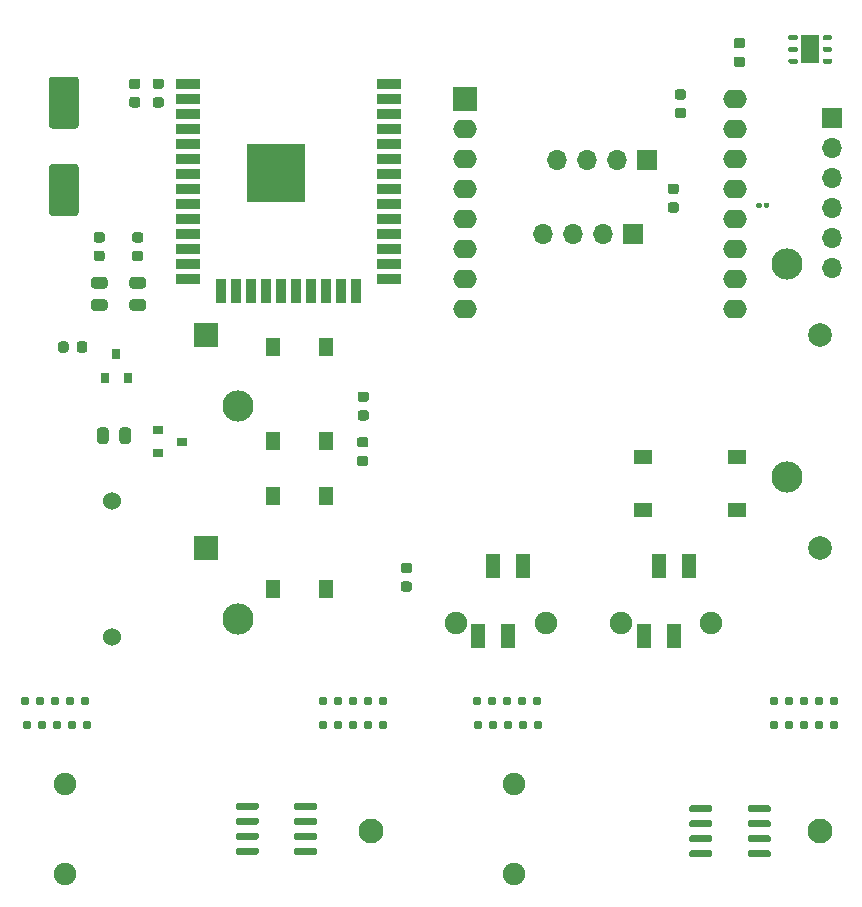
<source format=gts>
G04 #@! TF.GenerationSoftware,KiCad,Pcbnew,(5.1.7)-1*
G04 #@! TF.CreationDate,2021-06-29T10:57:19+02:00*
G04 #@! TF.ProjectId,TwomesSensor,54776f6d-6573-4536-956e-736f722e6b69,rev?*
G04 #@! TF.SameCoordinates,Original*
G04 #@! TF.FileFunction,Soldermask,Top*
G04 #@! TF.FilePolarity,Negative*
%FSLAX46Y46*%
G04 Gerber Fmt 4.6, Leading zero omitted, Abs format (unit mm)*
G04 Created by KiCad (PCBNEW (5.1.7)-1) date 2021-06-29 10:57:19*
%MOMM*%
%LPD*%
G01*
G04 APERTURE LIST*
%ADD10O,1.700000X1.700000*%
%ADD11R,1.700000X1.700000*%
%ADD12C,2.100000*%
%ADD13C,0.787400*%
%ADD14C,1.900000*%
%ADD15R,2.000000X0.900000*%
%ADD16R,0.900000X2.000000*%
%ADD17R,5.000000X5.000000*%
%ADD18R,2.000000X2.000000*%
%ADD19C,2.000000*%
%ADD20C,2.640000*%
%ADD21R,1.300000X1.550000*%
%ADD22C,1.524000*%
%ADD23R,1.500000X2.400000*%
%ADD24O,2.000000X1.600000*%
%ADD25R,1.550000X1.300000*%
%ADD26R,0.800000X0.900000*%
%ADD27R,0.900000X0.800000*%
%ADD28R,1.200000X2.000000*%
G04 APERTURE END LIST*
D10*
X92580000Y-52400000D03*
X95120000Y-52400000D03*
X97660000Y-52400000D03*
D11*
X100200000Y-52400000D03*
G36*
G01*
X58250000Y-40175000D02*
X57750000Y-40175000D01*
G75*
G02*
X57525000Y-39950000I0J225000D01*
G01*
X57525000Y-39500000D01*
G75*
G02*
X57750000Y-39275000I225000J0D01*
G01*
X58250000Y-39275000D01*
G75*
G02*
X58475000Y-39500000I0J-225000D01*
G01*
X58475000Y-39950000D01*
G75*
G02*
X58250000Y-40175000I-225000J0D01*
G01*
G37*
G36*
G01*
X58250000Y-41725000D02*
X57750000Y-41725000D01*
G75*
G02*
X57525000Y-41500000I0J225000D01*
G01*
X57525000Y-41050000D01*
G75*
G02*
X57750000Y-40825000I225000J0D01*
G01*
X58250000Y-40825000D01*
G75*
G02*
X58475000Y-41050000I0J-225000D01*
G01*
X58475000Y-41500000D01*
G75*
G02*
X58250000Y-41725000I-225000J0D01*
G01*
G37*
D12*
X78000000Y-103000000D03*
D13*
X87090000Y-94000000D03*
X88360000Y-94000000D03*
X92170000Y-94000000D03*
X90900000Y-94000000D03*
X89630000Y-94000000D03*
D12*
X116000000Y-103000000D03*
D13*
X112160000Y-94000000D03*
X113430000Y-94000000D03*
X117240000Y-94000000D03*
X115970000Y-94000000D03*
X114700000Y-94000000D03*
D14*
X90100000Y-98970000D03*
X90100000Y-106630000D03*
X52100000Y-98970000D03*
X52100000Y-106630000D03*
G36*
G01*
X71500000Y-101045000D02*
X71500000Y-100745000D01*
G75*
G02*
X71650000Y-100595000I150000J0D01*
G01*
X73300000Y-100595000D01*
G75*
G02*
X73450000Y-100745000I0J-150000D01*
G01*
X73450000Y-101045000D01*
G75*
G02*
X73300000Y-101195000I-150000J0D01*
G01*
X71650000Y-101195000D01*
G75*
G02*
X71500000Y-101045000I0J150000D01*
G01*
G37*
G36*
G01*
X71500000Y-102315000D02*
X71500000Y-102015000D01*
G75*
G02*
X71650000Y-101865000I150000J0D01*
G01*
X73300000Y-101865000D01*
G75*
G02*
X73450000Y-102015000I0J-150000D01*
G01*
X73450000Y-102315000D01*
G75*
G02*
X73300000Y-102465000I-150000J0D01*
G01*
X71650000Y-102465000D01*
G75*
G02*
X71500000Y-102315000I0J150000D01*
G01*
G37*
G36*
G01*
X71500000Y-103585000D02*
X71500000Y-103285000D01*
G75*
G02*
X71650000Y-103135000I150000J0D01*
G01*
X73300000Y-103135000D01*
G75*
G02*
X73450000Y-103285000I0J-150000D01*
G01*
X73450000Y-103585000D01*
G75*
G02*
X73300000Y-103735000I-150000J0D01*
G01*
X71650000Y-103735000D01*
G75*
G02*
X71500000Y-103585000I0J150000D01*
G01*
G37*
G36*
G01*
X71500000Y-104855000D02*
X71500000Y-104555000D01*
G75*
G02*
X71650000Y-104405000I150000J0D01*
G01*
X73300000Y-104405000D01*
G75*
G02*
X73450000Y-104555000I0J-150000D01*
G01*
X73450000Y-104855000D01*
G75*
G02*
X73300000Y-105005000I-150000J0D01*
G01*
X71650000Y-105005000D01*
G75*
G02*
X71500000Y-104855000I0J150000D01*
G01*
G37*
G36*
G01*
X66550000Y-104855000D02*
X66550000Y-104555000D01*
G75*
G02*
X66700000Y-104405000I150000J0D01*
G01*
X68350000Y-104405000D01*
G75*
G02*
X68500000Y-104555000I0J-150000D01*
G01*
X68500000Y-104855000D01*
G75*
G02*
X68350000Y-105005000I-150000J0D01*
G01*
X66700000Y-105005000D01*
G75*
G02*
X66550000Y-104855000I0J150000D01*
G01*
G37*
G36*
G01*
X66550000Y-103585000D02*
X66550000Y-103285000D01*
G75*
G02*
X66700000Y-103135000I150000J0D01*
G01*
X68350000Y-103135000D01*
G75*
G02*
X68500000Y-103285000I0J-150000D01*
G01*
X68500000Y-103585000D01*
G75*
G02*
X68350000Y-103735000I-150000J0D01*
G01*
X66700000Y-103735000D01*
G75*
G02*
X66550000Y-103585000I0J150000D01*
G01*
G37*
G36*
G01*
X66550000Y-102315000D02*
X66550000Y-102015000D01*
G75*
G02*
X66700000Y-101865000I150000J0D01*
G01*
X68350000Y-101865000D01*
G75*
G02*
X68500000Y-102015000I0J-150000D01*
G01*
X68500000Y-102315000D01*
G75*
G02*
X68350000Y-102465000I-150000J0D01*
G01*
X66700000Y-102465000D01*
G75*
G02*
X66550000Y-102315000I0J150000D01*
G01*
G37*
G36*
G01*
X66550000Y-101045000D02*
X66550000Y-100745000D01*
G75*
G02*
X66700000Y-100595000I150000J0D01*
G01*
X68350000Y-100595000D01*
G75*
G02*
X68500000Y-100745000I0J-150000D01*
G01*
X68500000Y-101045000D01*
G75*
G02*
X68350000Y-101195000I-150000J0D01*
G01*
X66700000Y-101195000D01*
G75*
G02*
X66550000Y-101045000I0J150000D01*
G01*
G37*
D13*
X51400000Y-94000000D03*
X52670000Y-94000000D03*
X53940000Y-94000000D03*
X50130000Y-94000000D03*
X48860000Y-94000000D03*
G36*
G01*
X109900000Y-101245000D02*
X109900000Y-100945000D01*
G75*
G02*
X110050000Y-100795000I150000J0D01*
G01*
X111700000Y-100795000D01*
G75*
G02*
X111850000Y-100945000I0J-150000D01*
G01*
X111850000Y-101245000D01*
G75*
G02*
X111700000Y-101395000I-150000J0D01*
G01*
X110050000Y-101395000D01*
G75*
G02*
X109900000Y-101245000I0J150000D01*
G01*
G37*
G36*
G01*
X109900000Y-102515000D02*
X109900000Y-102215000D01*
G75*
G02*
X110050000Y-102065000I150000J0D01*
G01*
X111700000Y-102065000D01*
G75*
G02*
X111850000Y-102215000I0J-150000D01*
G01*
X111850000Y-102515000D01*
G75*
G02*
X111700000Y-102665000I-150000J0D01*
G01*
X110050000Y-102665000D01*
G75*
G02*
X109900000Y-102515000I0J150000D01*
G01*
G37*
G36*
G01*
X109900000Y-103785000D02*
X109900000Y-103485000D01*
G75*
G02*
X110050000Y-103335000I150000J0D01*
G01*
X111700000Y-103335000D01*
G75*
G02*
X111850000Y-103485000I0J-150000D01*
G01*
X111850000Y-103785000D01*
G75*
G02*
X111700000Y-103935000I-150000J0D01*
G01*
X110050000Y-103935000D01*
G75*
G02*
X109900000Y-103785000I0J150000D01*
G01*
G37*
G36*
G01*
X109900000Y-105055000D02*
X109900000Y-104755000D01*
G75*
G02*
X110050000Y-104605000I150000J0D01*
G01*
X111700000Y-104605000D01*
G75*
G02*
X111850000Y-104755000I0J-150000D01*
G01*
X111850000Y-105055000D01*
G75*
G02*
X111700000Y-105205000I-150000J0D01*
G01*
X110050000Y-105205000D01*
G75*
G02*
X109900000Y-105055000I0J150000D01*
G01*
G37*
G36*
G01*
X104950000Y-105055000D02*
X104950000Y-104755000D01*
G75*
G02*
X105100000Y-104605000I150000J0D01*
G01*
X106750000Y-104605000D01*
G75*
G02*
X106900000Y-104755000I0J-150000D01*
G01*
X106900000Y-105055000D01*
G75*
G02*
X106750000Y-105205000I-150000J0D01*
G01*
X105100000Y-105205000D01*
G75*
G02*
X104950000Y-105055000I0J150000D01*
G01*
G37*
G36*
G01*
X104950000Y-103785000D02*
X104950000Y-103485000D01*
G75*
G02*
X105100000Y-103335000I150000J0D01*
G01*
X106750000Y-103335000D01*
G75*
G02*
X106900000Y-103485000I0J-150000D01*
G01*
X106900000Y-103785000D01*
G75*
G02*
X106750000Y-103935000I-150000J0D01*
G01*
X105100000Y-103935000D01*
G75*
G02*
X104950000Y-103785000I0J150000D01*
G01*
G37*
G36*
G01*
X104950000Y-102515000D02*
X104950000Y-102215000D01*
G75*
G02*
X105100000Y-102065000I150000J0D01*
G01*
X106750000Y-102065000D01*
G75*
G02*
X106900000Y-102215000I0J-150000D01*
G01*
X106900000Y-102515000D01*
G75*
G02*
X106750000Y-102665000I-150000J0D01*
G01*
X105100000Y-102665000D01*
G75*
G02*
X104950000Y-102515000I0J150000D01*
G01*
G37*
G36*
G01*
X104950000Y-101245000D02*
X104950000Y-100945000D01*
G75*
G02*
X105100000Y-100795000I150000J0D01*
G01*
X106750000Y-100795000D01*
G75*
G02*
X106900000Y-100945000I0J-150000D01*
G01*
X106900000Y-101245000D01*
G75*
G02*
X106750000Y-101395000I-150000J0D01*
G01*
X105100000Y-101395000D01*
G75*
G02*
X104950000Y-101245000I0J150000D01*
G01*
G37*
X76470000Y-94000000D03*
X77740000Y-94000000D03*
X79010000Y-94000000D03*
X75200000Y-94000000D03*
X73930000Y-94000000D03*
X89500000Y-92000000D03*
X90770000Y-92000000D03*
X92040000Y-92000000D03*
X88230000Y-92000000D03*
X86960000Y-92000000D03*
X112160000Y-92000000D03*
X113430000Y-92000000D03*
X117240000Y-92000000D03*
X115970000Y-92000000D03*
X114700000Y-92000000D03*
X48730000Y-92000000D03*
X50000000Y-92000000D03*
X53810000Y-92000000D03*
X52540000Y-92000000D03*
X51270000Y-92000000D03*
X76470000Y-92000000D03*
X77740000Y-92000000D03*
X79010000Y-92000000D03*
X75200000Y-92000000D03*
X73930000Y-92000000D03*
D10*
X93780000Y-46200000D03*
X96320000Y-46200000D03*
X98860000Y-46200000D03*
D11*
X101400000Y-46200000D03*
D15*
X79500000Y-39745000D03*
X79500000Y-41015000D03*
X79500000Y-42285000D03*
X79500000Y-43555000D03*
X79500000Y-44825000D03*
X79500000Y-46095000D03*
X79500000Y-47365000D03*
X79500000Y-48635000D03*
X79500000Y-49905000D03*
X79500000Y-51175000D03*
X79500000Y-52445000D03*
X79500000Y-53715000D03*
X79500000Y-54985000D03*
X79500000Y-56255000D03*
D16*
X76715000Y-57255000D03*
X75445000Y-57255000D03*
X74175000Y-57255000D03*
X72905000Y-57255000D03*
X71635000Y-57255000D03*
X70365000Y-57255000D03*
X69095000Y-57255000D03*
X67825000Y-57255000D03*
X66555000Y-57255000D03*
X65285000Y-57255000D03*
D15*
X62500000Y-56255000D03*
X62500000Y-54985000D03*
X62500000Y-53715000D03*
X62500000Y-52445000D03*
X62500000Y-51175000D03*
X62500000Y-49905000D03*
X62500000Y-48635000D03*
X62500000Y-47365000D03*
X62500000Y-46095000D03*
X62500000Y-44825000D03*
X62500000Y-43555000D03*
X62500000Y-42285000D03*
X62500000Y-41015000D03*
X62500000Y-39745000D03*
D17*
X70000000Y-47245000D03*
D18*
X64000000Y-61000000D03*
D19*
X115990000Y-61000000D03*
D20*
X113230000Y-55005000D03*
X66750000Y-66995000D03*
G36*
G01*
X77556250Y-72075000D02*
X77043750Y-72075000D01*
G75*
G02*
X76825000Y-71856250I0J218750D01*
G01*
X76825000Y-71418750D01*
G75*
G02*
X77043750Y-71200000I218750J0D01*
G01*
X77556250Y-71200000D01*
G75*
G02*
X77775000Y-71418750I0J-218750D01*
G01*
X77775000Y-71856250D01*
G75*
G02*
X77556250Y-72075000I-218750J0D01*
G01*
G37*
G36*
G01*
X77556250Y-70500000D02*
X77043750Y-70500000D01*
G75*
G02*
X76825000Y-70281250I0J218750D01*
G01*
X76825000Y-69843750D01*
G75*
G02*
X77043750Y-69625000I218750J0D01*
G01*
X77556250Y-69625000D01*
G75*
G02*
X77775000Y-69843750I0J-218750D01*
G01*
X77775000Y-70281250D01*
G75*
G02*
X77556250Y-70500000I-218750J0D01*
G01*
G37*
D21*
X74200000Y-69925000D03*
X69700000Y-69925000D03*
X69700000Y-61975000D03*
X74200000Y-61975000D03*
G36*
G01*
X77606250Y-68225000D02*
X77093750Y-68225000D01*
G75*
G02*
X76875000Y-68006250I0J218750D01*
G01*
X76875000Y-67568750D01*
G75*
G02*
X77093750Y-67350000I218750J0D01*
G01*
X77606250Y-67350000D01*
G75*
G02*
X77825000Y-67568750I0J-218750D01*
G01*
X77825000Y-68006250D01*
G75*
G02*
X77606250Y-68225000I-218750J0D01*
G01*
G37*
G36*
G01*
X77606250Y-66650000D02*
X77093750Y-66650000D01*
G75*
G02*
X76875000Y-66431250I0J218750D01*
G01*
X76875000Y-65993750D01*
G75*
G02*
X77093750Y-65775000I218750J0D01*
G01*
X77606250Y-65775000D01*
G75*
G02*
X77825000Y-65993750I0J-218750D01*
G01*
X77825000Y-66431250D01*
G75*
G02*
X77606250Y-66650000I-218750J0D01*
G01*
G37*
D22*
X56100000Y-86550000D03*
X56100000Y-75050000D03*
D23*
X115200000Y-36800000D03*
G36*
G01*
X114150000Y-37700000D02*
X114150000Y-37900000D01*
G75*
G02*
X114050000Y-38000000I-100000J0D01*
G01*
X113450000Y-38000000D01*
G75*
G02*
X113350000Y-37900000I0J100000D01*
G01*
X113350000Y-37700000D01*
G75*
G02*
X113450000Y-37600000I100000J0D01*
G01*
X114050000Y-37600000D01*
G75*
G02*
X114150000Y-37700000I0J-100000D01*
G01*
G37*
G36*
G01*
X114150000Y-36700000D02*
X114150000Y-36900000D01*
G75*
G02*
X114050000Y-37000000I-100000J0D01*
G01*
X113450000Y-37000000D01*
G75*
G02*
X113350000Y-36900000I0J100000D01*
G01*
X113350000Y-36700000D01*
G75*
G02*
X113450000Y-36600000I100000J0D01*
G01*
X114050000Y-36600000D01*
G75*
G02*
X114150000Y-36700000I0J-100000D01*
G01*
G37*
G36*
G01*
X114150000Y-35700000D02*
X114150000Y-35900000D01*
G75*
G02*
X114050000Y-36000000I-100000J0D01*
G01*
X113450000Y-36000000D01*
G75*
G02*
X113350000Y-35900000I0J100000D01*
G01*
X113350000Y-35700000D01*
G75*
G02*
X113450000Y-35600000I100000J0D01*
G01*
X114050000Y-35600000D01*
G75*
G02*
X114150000Y-35700000I0J-100000D01*
G01*
G37*
G36*
G01*
X117050000Y-35700000D02*
X117050000Y-35900000D01*
G75*
G02*
X116950000Y-36000000I-100000J0D01*
G01*
X116350000Y-36000000D01*
G75*
G02*
X116250000Y-35900000I0J100000D01*
G01*
X116250000Y-35700000D01*
G75*
G02*
X116350000Y-35600000I100000J0D01*
G01*
X116950000Y-35600000D01*
G75*
G02*
X117050000Y-35700000I0J-100000D01*
G01*
G37*
G36*
G01*
X117050000Y-36700000D02*
X117050000Y-36900000D01*
G75*
G02*
X116950000Y-37000000I-100000J0D01*
G01*
X116350000Y-37000000D01*
G75*
G02*
X116250000Y-36900000I0J100000D01*
G01*
X116250000Y-36700000D01*
G75*
G02*
X116350000Y-36600000I100000J0D01*
G01*
X116950000Y-36600000D01*
G75*
G02*
X117050000Y-36700000I0J-100000D01*
G01*
G37*
G36*
G01*
X117050000Y-37700000D02*
X117050000Y-37900000D01*
G75*
G02*
X116950000Y-38000000I-100000J0D01*
G01*
X116350000Y-38000000D01*
G75*
G02*
X116250000Y-37900000I0J100000D01*
G01*
X116250000Y-37700000D01*
G75*
G02*
X116350000Y-37600000I100000J0D01*
G01*
X116950000Y-37600000D01*
G75*
G02*
X117050000Y-37700000I0J-100000D01*
G01*
G37*
G36*
G01*
X56700000Y-69956250D02*
X56700000Y-69043750D01*
G75*
G02*
X56943750Y-68800000I243750J0D01*
G01*
X57431250Y-68800000D01*
G75*
G02*
X57675000Y-69043750I0J-243750D01*
G01*
X57675000Y-69956250D01*
G75*
G02*
X57431250Y-70200000I-243750J0D01*
G01*
X56943750Y-70200000D01*
G75*
G02*
X56700000Y-69956250I0J243750D01*
G01*
G37*
G36*
G01*
X54825000Y-69956250D02*
X54825000Y-69043750D01*
G75*
G02*
X55068750Y-68800000I243750J0D01*
G01*
X55556250Y-68800000D01*
G75*
G02*
X55800000Y-69043750I0J-243750D01*
G01*
X55800000Y-69956250D01*
G75*
G02*
X55556250Y-70200000I-243750J0D01*
G01*
X55068750Y-70200000D01*
G75*
G02*
X54825000Y-69956250I0J243750D01*
G01*
G37*
G36*
G01*
X53000000Y-43500000D02*
X51000000Y-43500000D01*
G75*
G02*
X50750000Y-43250000I0J250000D01*
G01*
X50750000Y-39350000D01*
G75*
G02*
X51000000Y-39100000I250000J0D01*
G01*
X53000000Y-39100000D01*
G75*
G02*
X53250000Y-39350000I0J-250000D01*
G01*
X53250000Y-43250000D01*
G75*
G02*
X53000000Y-43500000I-250000J0D01*
G01*
G37*
G36*
G01*
X53000000Y-50900000D02*
X51000000Y-50900000D01*
G75*
G02*
X50750000Y-50650000I0J250000D01*
G01*
X50750000Y-46750000D01*
G75*
G02*
X51000000Y-46500000I250000J0D01*
G01*
X53000000Y-46500000D01*
G75*
G02*
X53250000Y-46750000I0J-250000D01*
G01*
X53250000Y-50650000D01*
G75*
G02*
X53000000Y-50900000I-250000J0D01*
G01*
G37*
D24*
X108860000Y-41000000D03*
X108860000Y-43540000D03*
X108860000Y-46080000D03*
X108860000Y-48620000D03*
X108860000Y-51160000D03*
X108860000Y-53700000D03*
X108860000Y-56240000D03*
X108860000Y-58780000D03*
X86000000Y-58780000D03*
X86000000Y-56240000D03*
X86000000Y-53700000D03*
X86000000Y-51160000D03*
X86000000Y-48620000D03*
X86000000Y-46080000D03*
D18*
X86000000Y-41000000D03*
D24*
X86000000Y-43540000D03*
D25*
X101075000Y-75800000D03*
X101075000Y-71300000D03*
X109025000Y-71300000D03*
X109025000Y-75800000D03*
D21*
X74200000Y-82525000D03*
X69700000Y-82525000D03*
X69700000Y-74575000D03*
X74200000Y-74575000D03*
G36*
G01*
X53100000Y-62256250D02*
X53100000Y-61743750D01*
G75*
G02*
X53318750Y-61525000I218750J0D01*
G01*
X53756250Y-61525000D01*
G75*
G02*
X53975000Y-61743750I0J-218750D01*
G01*
X53975000Y-62256250D01*
G75*
G02*
X53756250Y-62475000I-218750J0D01*
G01*
X53318750Y-62475000D01*
G75*
G02*
X53100000Y-62256250I0J218750D01*
G01*
G37*
G36*
G01*
X51525000Y-62256250D02*
X51525000Y-61743750D01*
G75*
G02*
X51743750Y-61525000I218750J0D01*
G01*
X52181250Y-61525000D01*
G75*
G02*
X52400000Y-61743750I0J-218750D01*
G01*
X52400000Y-62256250D01*
G75*
G02*
X52181250Y-62475000I-218750J0D01*
G01*
X51743750Y-62475000D01*
G75*
G02*
X51525000Y-62256250I0J218750D01*
G01*
G37*
G36*
G01*
X80743750Y-81850000D02*
X81256250Y-81850000D01*
G75*
G02*
X81475000Y-82068750I0J-218750D01*
G01*
X81475000Y-82506250D01*
G75*
G02*
X81256250Y-82725000I-218750J0D01*
G01*
X80743750Y-82725000D01*
G75*
G02*
X80525000Y-82506250I0J218750D01*
G01*
X80525000Y-82068750D01*
G75*
G02*
X80743750Y-81850000I218750J0D01*
G01*
G37*
G36*
G01*
X80743750Y-80275000D02*
X81256250Y-80275000D01*
G75*
G02*
X81475000Y-80493750I0J-218750D01*
G01*
X81475000Y-80931250D01*
G75*
G02*
X81256250Y-81150000I-218750J0D01*
G01*
X80743750Y-81150000D01*
G75*
G02*
X80525000Y-80931250I0J218750D01*
G01*
X80525000Y-80493750D01*
G75*
G02*
X80743750Y-80275000I218750J0D01*
G01*
G37*
G36*
G01*
X104456250Y-41050000D02*
X103943750Y-41050000D01*
G75*
G02*
X103725000Y-40831250I0J218750D01*
G01*
X103725000Y-40393750D01*
G75*
G02*
X103943750Y-40175000I218750J0D01*
G01*
X104456250Y-40175000D01*
G75*
G02*
X104675000Y-40393750I0J-218750D01*
G01*
X104675000Y-40831250D01*
G75*
G02*
X104456250Y-41050000I-218750J0D01*
G01*
G37*
G36*
G01*
X104456250Y-42625000D02*
X103943750Y-42625000D01*
G75*
G02*
X103725000Y-42406250I0J218750D01*
G01*
X103725000Y-41968750D01*
G75*
G02*
X103943750Y-41750000I218750J0D01*
G01*
X104456250Y-41750000D01*
G75*
G02*
X104675000Y-41968750I0J-218750D01*
G01*
X104675000Y-42406250D01*
G75*
G02*
X104456250Y-42625000I-218750J0D01*
G01*
G37*
G36*
G01*
X103343750Y-49750000D02*
X103856250Y-49750000D01*
G75*
G02*
X104075000Y-49968750I0J-218750D01*
G01*
X104075000Y-50406250D01*
G75*
G02*
X103856250Y-50625000I-218750J0D01*
G01*
X103343750Y-50625000D01*
G75*
G02*
X103125000Y-50406250I0J218750D01*
G01*
X103125000Y-49968750D01*
G75*
G02*
X103343750Y-49750000I218750J0D01*
G01*
G37*
G36*
G01*
X103343750Y-48175000D02*
X103856250Y-48175000D01*
G75*
G02*
X104075000Y-48393750I0J-218750D01*
G01*
X104075000Y-48831250D01*
G75*
G02*
X103856250Y-49050000I-218750J0D01*
G01*
X103343750Y-49050000D01*
G75*
G02*
X103125000Y-48831250I0J218750D01*
G01*
X103125000Y-48393750D01*
G75*
G02*
X103343750Y-48175000I218750J0D01*
G01*
G37*
G36*
G01*
X57993750Y-53850000D02*
X58506250Y-53850000D01*
G75*
G02*
X58725000Y-54068750I0J-218750D01*
G01*
X58725000Y-54506250D01*
G75*
G02*
X58506250Y-54725000I-218750J0D01*
G01*
X57993750Y-54725000D01*
G75*
G02*
X57775000Y-54506250I0J218750D01*
G01*
X57775000Y-54068750D01*
G75*
G02*
X57993750Y-53850000I218750J0D01*
G01*
G37*
G36*
G01*
X57993750Y-52275000D02*
X58506250Y-52275000D01*
G75*
G02*
X58725000Y-52493750I0J-218750D01*
G01*
X58725000Y-52931250D01*
G75*
G02*
X58506250Y-53150000I-218750J0D01*
G01*
X57993750Y-53150000D01*
G75*
G02*
X57775000Y-52931250I0J218750D01*
G01*
X57775000Y-52493750D01*
G75*
G02*
X57993750Y-52275000I218750J0D01*
G01*
G37*
G36*
G01*
X54743750Y-53850000D02*
X55256250Y-53850000D01*
G75*
G02*
X55475000Y-54068750I0J-218750D01*
G01*
X55475000Y-54506250D01*
G75*
G02*
X55256250Y-54725000I-218750J0D01*
G01*
X54743750Y-54725000D01*
G75*
G02*
X54525000Y-54506250I0J218750D01*
G01*
X54525000Y-54068750D01*
G75*
G02*
X54743750Y-53850000I218750J0D01*
G01*
G37*
G36*
G01*
X54743750Y-52275000D02*
X55256250Y-52275000D01*
G75*
G02*
X55475000Y-52493750I0J-218750D01*
G01*
X55475000Y-52931250D01*
G75*
G02*
X55256250Y-53150000I-218750J0D01*
G01*
X54743750Y-53150000D01*
G75*
G02*
X54525000Y-52931250I0J218750D01*
G01*
X54525000Y-52493750D01*
G75*
G02*
X54743750Y-52275000I218750J0D01*
G01*
G37*
D26*
X56450000Y-62600000D03*
X57400000Y-64600000D03*
X55500000Y-64600000D03*
D27*
X62000000Y-70000000D03*
X60000000Y-70950000D03*
X60000000Y-69050000D03*
G36*
G01*
X111090000Y-49900000D02*
X111090000Y-50100000D01*
G75*
G02*
X110990000Y-50200000I-100000J0D01*
G01*
X110730000Y-50200000D01*
G75*
G02*
X110630000Y-50100000I0J100000D01*
G01*
X110630000Y-49900000D01*
G75*
G02*
X110730000Y-49800000I100000J0D01*
G01*
X110990000Y-49800000D01*
G75*
G02*
X111090000Y-49900000I0J-100000D01*
G01*
G37*
G36*
G01*
X111730000Y-49900000D02*
X111730000Y-50100000D01*
G75*
G02*
X111630000Y-50200000I-100000J0D01*
G01*
X111370000Y-50200000D01*
G75*
G02*
X111270000Y-50100000I0J100000D01*
G01*
X111270000Y-49900000D01*
G75*
G02*
X111370000Y-49800000I100000J0D01*
G01*
X111630000Y-49800000D01*
G75*
G02*
X111730000Y-49900000I0J-100000D01*
G01*
G37*
D14*
X106830000Y-85400000D03*
X99170000Y-85400000D03*
D28*
X104900000Y-80500000D03*
X102360000Y-80500000D03*
X103630000Y-86500000D03*
X101090000Y-86500000D03*
D14*
X92830000Y-85400000D03*
X85170000Y-85400000D03*
D28*
X90900000Y-80500000D03*
X88360000Y-80500000D03*
X89630000Y-86500000D03*
X87090000Y-86500000D03*
D10*
X117000000Y-55300000D03*
X117000000Y-52760000D03*
X117000000Y-50220000D03*
X117000000Y-47680000D03*
X117000000Y-45140000D03*
D11*
X117000000Y-42600000D03*
G36*
G01*
X58706250Y-57050000D02*
X57793750Y-57050000D01*
G75*
G02*
X57550000Y-56806250I0J243750D01*
G01*
X57550000Y-56318750D01*
G75*
G02*
X57793750Y-56075000I243750J0D01*
G01*
X58706250Y-56075000D01*
G75*
G02*
X58950000Y-56318750I0J-243750D01*
G01*
X58950000Y-56806250D01*
G75*
G02*
X58706250Y-57050000I-243750J0D01*
G01*
G37*
G36*
G01*
X58706250Y-58925000D02*
X57793750Y-58925000D01*
G75*
G02*
X57550000Y-58681250I0J243750D01*
G01*
X57550000Y-58193750D01*
G75*
G02*
X57793750Y-57950000I243750J0D01*
G01*
X58706250Y-57950000D01*
G75*
G02*
X58950000Y-58193750I0J-243750D01*
G01*
X58950000Y-58681250D01*
G75*
G02*
X58706250Y-58925000I-243750J0D01*
G01*
G37*
G36*
G01*
X55456250Y-57050000D02*
X54543750Y-57050000D01*
G75*
G02*
X54300000Y-56806250I0J243750D01*
G01*
X54300000Y-56318750D01*
G75*
G02*
X54543750Y-56075000I243750J0D01*
G01*
X55456250Y-56075000D01*
G75*
G02*
X55700000Y-56318750I0J-243750D01*
G01*
X55700000Y-56806250D01*
G75*
G02*
X55456250Y-57050000I-243750J0D01*
G01*
G37*
G36*
G01*
X55456250Y-58925000D02*
X54543750Y-58925000D01*
G75*
G02*
X54300000Y-58681250I0J243750D01*
G01*
X54300000Y-58193750D01*
G75*
G02*
X54543750Y-57950000I243750J0D01*
G01*
X55456250Y-57950000D01*
G75*
G02*
X55700000Y-58193750I0J-243750D01*
G01*
X55700000Y-58681250D01*
G75*
G02*
X55456250Y-58925000I-243750J0D01*
G01*
G37*
G36*
G01*
X108943750Y-37412500D02*
X109456250Y-37412500D01*
G75*
G02*
X109675000Y-37631250I0J-218750D01*
G01*
X109675000Y-38068750D01*
G75*
G02*
X109456250Y-38287500I-218750J0D01*
G01*
X108943750Y-38287500D01*
G75*
G02*
X108725000Y-38068750I0J218750D01*
G01*
X108725000Y-37631250D01*
G75*
G02*
X108943750Y-37412500I218750J0D01*
G01*
G37*
G36*
G01*
X108943750Y-35837500D02*
X109456250Y-35837500D01*
G75*
G02*
X109675000Y-36056250I0J-218750D01*
G01*
X109675000Y-36493750D01*
G75*
G02*
X109456250Y-36712500I-218750J0D01*
G01*
X108943750Y-36712500D01*
G75*
G02*
X108725000Y-36493750I0J218750D01*
G01*
X108725000Y-36056250D01*
G75*
G02*
X108943750Y-35837500I218750J0D01*
G01*
G37*
G36*
G01*
X60256250Y-40150000D02*
X59743750Y-40150000D01*
G75*
G02*
X59525000Y-39931250I0J218750D01*
G01*
X59525000Y-39493750D01*
G75*
G02*
X59743750Y-39275000I218750J0D01*
G01*
X60256250Y-39275000D01*
G75*
G02*
X60475000Y-39493750I0J-218750D01*
G01*
X60475000Y-39931250D01*
G75*
G02*
X60256250Y-40150000I-218750J0D01*
G01*
G37*
G36*
G01*
X60256250Y-41725000D02*
X59743750Y-41725000D01*
G75*
G02*
X59525000Y-41506250I0J218750D01*
G01*
X59525000Y-41068750D01*
G75*
G02*
X59743750Y-40850000I218750J0D01*
G01*
X60256250Y-40850000D01*
G75*
G02*
X60475000Y-41068750I0J-218750D01*
G01*
X60475000Y-41506250D01*
G75*
G02*
X60256250Y-41725000I-218750J0D01*
G01*
G37*
D18*
X64000000Y-79000000D03*
D19*
X115990000Y-79000000D03*
D20*
X113230000Y-73005000D03*
X66750000Y-84995000D03*
M02*

</source>
